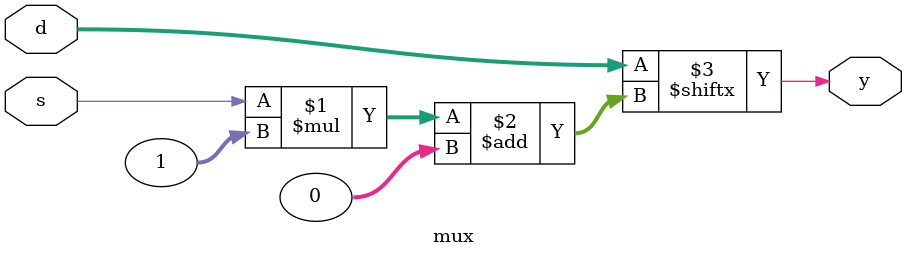
<source format=sv>
/*
  Robert "Skipper" Gonzalez
  sgonzalez@g.hmc.edu
  09/12/2018
  generalized (2^M):1, N-bit multiplexer module

  Below is a generalizd multiplexer module. This module
  selects the s-th element between M number of N-bit input values.

  Parameters:
    N: Number of bits in each of the mux inputs. Defaults to 1.
    M: The number of bits in the selector. Corresponds to 2^M inputs. Defaults to 1

  Inputs:
    d[(2**M)*N-1:0]:       (2^M)*N-bit signal containing the 2^M number of N-bit inputs
    s[M-1:0]:              M-bit selector to choose between 2^M inputs

  Outputs:
    y[N-1:0]: N-bit output chosen from the M inputs in d
*/

module mux #(parameter N=1,
             parameter M=1)
            (input  logic [(2**M)*N-1:0]  d,
             input  logic [M-1:0]         s,
             output logic [N-1:0]         y);

  assign y = d[s*N +: N];

endmodule

</source>
